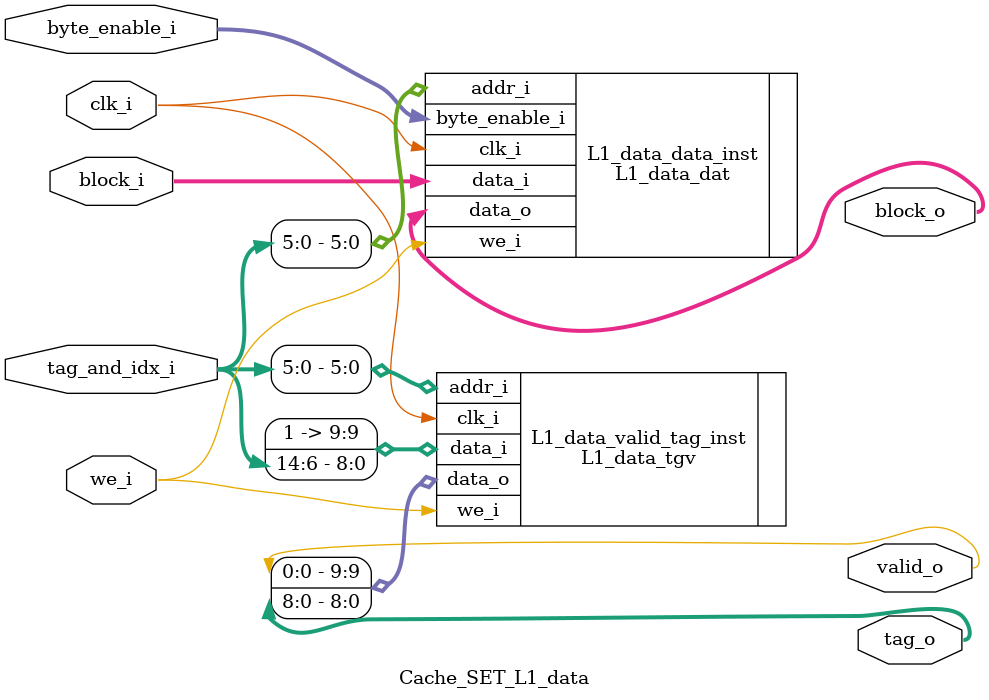
<source format=v>
`timescale 1ns / 1ps
module Cache_SET_L1_data#(
    parameter block_size = 128,
    parameter tag_size = 9,
    parameter idx_size = 6
    )
    (
    input clk_i,
    input [block_size-1:0] block_i,
    input [tag_size + idx_size-1:0] tag_and_idx_i,
    input we_i,
    input [15:0] byte_enable_i,
    output [block_size-1:0] block_o,
    output valid_o,
    output [tag_size -1:0] tag_o
    );
    
    L1_data_dat L1_data_data_inst( // module that holds data bits L1 (1 kB) (128*64 bits)
        .clk_i(clk_i),
        .we_i(we_i),
        .byte_enable_i(byte_enable_i),
        .addr_i(tag_and_idx_i[idx_size-1:0]),
        .data_i(block_i),
        .data_o(block_o)
    );

    L1_data_tgv L1_data_valid_tag_inst( // module that holds the valid & data bits (10*64 bits)
        .clk_i(clk_i),
        .we_i(we_i),
        .addr_i(tag_and_idx_i[idx_size-1:0]),
        .data_i({1'b1, tag_and_idx_i[tag_size + idx_size - 1:idx_size]}),
        .data_o({valid_o,tag_o})
    );

endmodule

</source>
